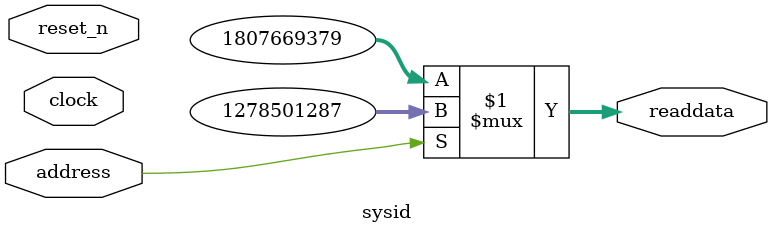
<source format=v>

`timescale 1ns / 1ps
// synthesis translate_on

// turn off superfluous verilog processor warnings 
// altera message_level Level1 
// altera message_off 10034 10035 10036 10037 10230 10240 10030 

module sysid (
               // inputs:
                address,
                clock,
                reset_n,

               // outputs:
                readdata
             )
;

  output  [ 31: 0] readdata;
  input            address;
  input            clock;
  input            reset_n;

  wire    [ 31: 0] readdata;
  //control_slave, which is an e_avalon_slave
  assign readdata = address ? 1278501287 : 1807669379;

endmodule


</source>
